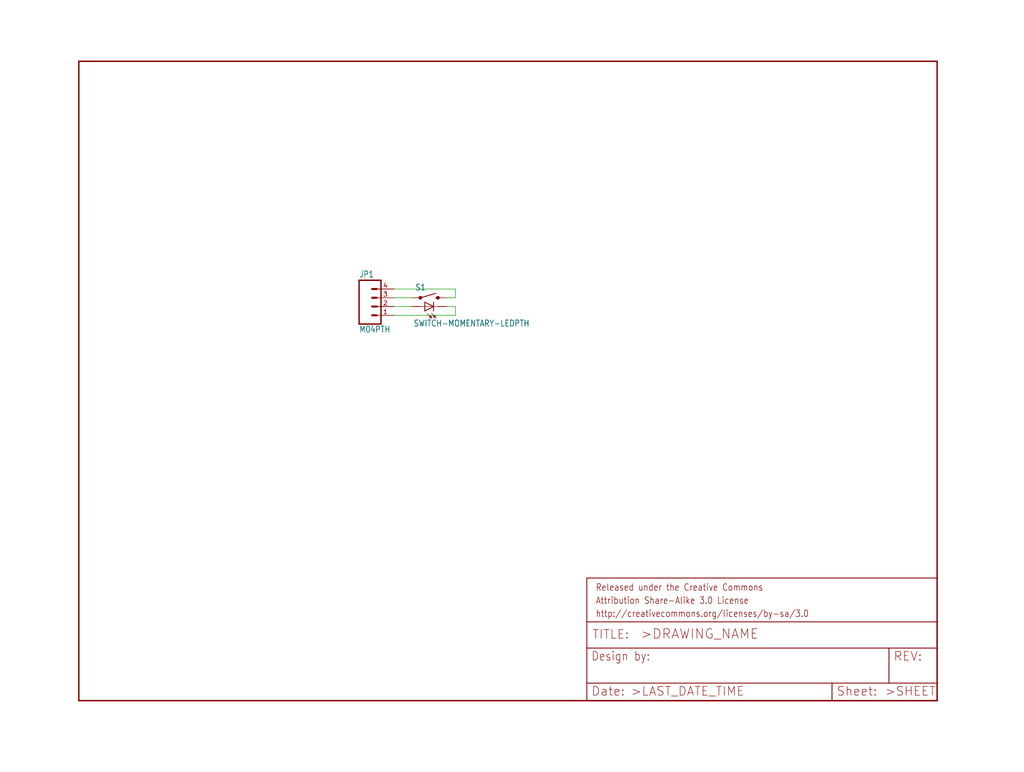
<source format=kicad_sch>
(kicad_sch (version 20211123) (generator eeschema)
  (paper "User" 297.002 223.926)
  (lib_symbols
    (symbol "eagleSchem-eagle-import:FRAME-LETTER"
      (symbol "FRAME-LETTER_1_0"
        (polyline (pts (xy 0 0) (xy 248.92 0)) (stroke (width 0.4064)))
        (polyline (pts (xy 0 185.42) (xy 0 0)) (stroke (width 0.4064)))
        (polyline (pts (xy 0 185.42) (xy 248.92 185.42)) (stroke (width 0.4064)))
        (polyline (pts (xy 248.92 185.42) (xy 248.92 0)) (stroke (width 0.4064)))
      )
      (symbol "FRAME-LETTER_2_0"
        (polyline (pts (xy 0 0) (xy 0 5.08)) (stroke (width 0.254)))
        (polyline (pts (xy 0 0) (xy 71.12 0)) (stroke (width 0.254)))
        (polyline (pts (xy 0 5.08) (xy 0 15.24)) (stroke (width 0.254)))
        (polyline (pts (xy 0 5.08) (xy 71.12 5.08)) (stroke (width 0.254)))
        (polyline (pts (xy 0 15.24) (xy 0 22.86)) (stroke (width 0.254)))
        (polyline (pts (xy 0 22.86) (xy 0 35.56)) (stroke (width 0.254)))
        (polyline (pts (xy 0 22.86) (xy 101.6 22.86)) (stroke (width 0.254)))
        (polyline (pts (xy 71.12 0) (xy 101.6 0)) (stroke (width 0.254)))
        (polyline (pts (xy 71.12 5.08) (xy 71.12 0)) (stroke (width 0.254)))
        (polyline (pts (xy 71.12 5.08) (xy 87.63 5.08)) (stroke (width 0.254)))
        (polyline (pts (xy 87.63 5.08) (xy 101.6 5.08)) (stroke (width 0.254)))
        (polyline (pts (xy 87.63 15.24) (xy 0 15.24)) (stroke (width 0.254)))
        (polyline (pts (xy 87.63 15.24) (xy 87.63 5.08)) (stroke (width 0.254)))
        (polyline (pts (xy 101.6 5.08) (xy 101.6 0)) (stroke (width 0.254)))
        (polyline (pts (xy 101.6 15.24) (xy 87.63 15.24)) (stroke (width 0.254)))
        (polyline (pts (xy 101.6 15.24) (xy 101.6 5.08)) (stroke (width 0.254)))
        (polyline (pts (xy 101.6 22.86) (xy 101.6 15.24)) (stroke (width 0.254)))
        (polyline (pts (xy 101.6 35.56) (xy 0 35.56)) (stroke (width 0.254)))
        (polyline (pts (xy 101.6 35.56) (xy 101.6 22.86)) (stroke (width 0.254)))
        (text ">DRAWING_NAME" (at 15.494 17.78 0) (effects (font (size 2.7432 2.7432)) (justify left bottom)))
        (text ">LAST_DATE_TIME" (at 12.7 1.27 0) (effects (font (size 2.54 2.54)) (justify left bottom)))
        (text ">SHEET" (at 86.36 1.27 0) (effects (font (size 2.54 2.54)) (justify left bottom)))
        (text "Attribution Share-Alike 3.0 License" (at 2.54 27.94 0) (effects (font (size 1.9304 1.6408)) (justify left bottom)))
        (text "Date:" (at 1.27 1.27 0) (effects (font (size 2.54 2.54)) (justify left bottom)))
        (text "Design by:" (at 1.27 11.43 0) (effects (font (size 2.54 2.159)) (justify left bottom)))
        (text "http://creativecommons.org/licenses/by-sa/3.0" (at 2.54 24.13 0) (effects (font (size 1.9304 1.6408)) (justify left bottom)))
        (text "Released under the Creative Commons" (at 2.54 31.75 0) (effects (font (size 1.9304 1.6408)) (justify left bottom)))
        (text "REV:" (at 88.9 11.43 0) (effects (font (size 2.54 2.54)) (justify left bottom)))
        (text "Sheet:" (at 72.39 1.27 0) (effects (font (size 2.54 2.54)) (justify left bottom)))
        (text "TITLE:" (at 1.524 17.78 0) (effects (font (size 2.54 2.54)) (justify left bottom)))
      )
    )
    (symbol "eagleSchem-eagle-import:M04PTH"
      (property "Reference" "JP" (at -5.08 8.382 0))
      (property "Value" "M04PTH" (at -5.08 -7.62 0))
      (symbol "M04PTH_1_0"
        (polyline (pts (xy -5.08 7.62) (xy -5.08 -5.08)) (stroke (width 0.4064)))
        (polyline (pts (xy -5.08 7.62) (xy 1.27 7.62)) (stroke (width 0.4064)))
        (polyline (pts (xy -1.27 -2.54) (xy 0 -2.54)) (stroke (width 0.6096)))
        (polyline (pts (xy -1.27 0) (xy 0 0)) (stroke (width 0.6096)))
        (polyline (pts (xy -1.27 2.54) (xy 0 2.54)) (stroke (width 0.6096)))
        (polyline (pts (xy -1.27 5.08) (xy 0 5.08)) (stroke (width 0.6096)))
        (polyline (pts (xy 1.27 -5.08) (xy -5.08 -5.08)) (stroke (width 0.4064)))
        (polyline (pts (xy 1.27 -5.08) (xy 1.27 7.62)) (stroke (width 0.4064)))
        (pin passive line (at 5.08 -2.54 180) (length 5.08) (name "1") (number "1"))
        (pin passive line (at 5.08 0 180) (length 5.08) (name "2") (number "2"))
        (pin passive line (at 5.08 2.54 180) (length 5.08) (name "3") (number "3"))
        (pin passive line (at 5.08 5.08 180) (length 5.08) (name "4") (number "4"))
      )
    )
    (symbol "eagleSchem-eagle-import:SWITCH-MOMENTARY-LEDPTH"
      (property "Reference" "S" (at -4.064 2.032 0))
      (property "Value" "SWITCH-MOMENTARY-LEDPTH" (at -4.572 -8.382 0))
      (symbol "SWITCH-MOMENTARY-LEDPTH_1_0"
        (circle (center -2.54 0) (radius 0.127) (stroke (width 0.4064)))
        (polyline (pts (xy -2.54 -2.54) (xy -1.27 -2.54)) (stroke (width 0.1524)))
        (polyline (pts (xy -2.54 0) (xy 1.905 1.27)) (stroke (width 0.254)))
        (polyline (pts (xy -1.27 -2.54) (xy -1.27 -3.81)) (stroke (width 0.254)))
        (polyline (pts (xy -1.27 -2.54) (xy 1.27 -2.54)) (stroke (width 0.1524)))
        (polyline (pts (xy -1.27 -1.27) (xy -1.27 -2.54)) (stroke (width 0.254)))
        (polyline (pts (xy -1.27 -1.27) (xy 1.27 -2.54)) (stroke (width 0.254)))
        (polyline (pts (xy -0.508 -4.572) (xy 0.889 -5.969)) (stroke (width 0.1524)))
        (polyline (pts (xy 0.635 -4.445) (xy 2.032 -5.842)) (stroke (width 0.1524)))
        (polyline (pts (xy 1.27 -2.54) (xy -1.27 -3.81)) (stroke (width 0.254)))
        (polyline (pts (xy 1.27 -2.54) (xy 1.27 -3.81)) (stroke (width 0.254)))
        (polyline (pts (xy 1.27 -2.54) (xy 2.54 -2.54)) (stroke (width 0.1524)))
        (polyline (pts (xy 1.27 -1.27) (xy 1.27 -2.54)) (stroke (width 0.254)))
        (polyline (pts (xy 1.905 0) (xy 2.54 0)) (stroke (width 0.254)))
        (polyline (pts (xy 0.889 -5.969) (xy 0 -5.588) (xy 0.508 -5.08)) (fill (type outline)))
        (polyline (pts (xy 2.032 -5.842) (xy 1.143 -5.461) (xy 1.651 -4.953)) (fill (type outline)))
        (circle (center 2.54 0) (radius 0.127) (stroke (width 0.4064)))
        (pin passive line (at 5.08 0 180) (length 2.54) (name "2") (number "2"))
        (pin passive line (at -5.08 0 0) (length 2.54) (name "1") (number "4"))
        (pin passive line (at -5.08 -2.54 0) (length 2.54) (name "A") (number "A"))
        (pin passive line (at 5.08 -2.54 180) (length 2.54) (name "C") (number "C"))
      )
    )
  )
  (wire (pts (xy 114.3 83.82) (xy 132.08 83.82)))
  (wire (pts (xy 132.08 88.9) (xy 129.54 88.9)))
  (wire (pts (xy 114.3 91.44) (xy 132.08 91.44)))
  (wire (pts (xy 132.08 86.36) (xy 129.54 86.36)))
  (wire (pts (xy 132.08 91.44) (xy 132.08 88.9)))
  (wire (pts (xy 114.3 86.36) (xy 119.38 86.36)))
  (wire (pts (xy 132.08 83.82) (xy 132.08 86.36)))
  (wire (pts (xy 114.3 88.9) (xy 119.38 88.9)))
  (symbol (lib_id "eagleSchem-eagle-import:SWITCH-MOMENTARY-LEDPTH") (at 124.46 86.36 0) (unit 1)
    (property "Reference" "S1" (at 120.396 84.328 0) (effects (font (size 1.778 1.5113)) (justify left bottom)))
    (property "Value" "SWITCH-MOMENTARY-LEDPTH" (at 119.888 94.742 0) (effects (font (size 1.778 1.5113)) (justify left bottom)))
    (property "Footprint" "eagleSchem:TACTILE-PTH-LED-12MM" (effects hide))
  )
  (symbol (lib_id "eagleSchem-eagle-import:M04PTH") (at 109.22 88.9 0) (unit 1)
    (property "Reference" "JP1" (at 104.14 80.518 0) (effects (font (size 1.778 1.5113)) (justify left bottom)))
    (property "Value" "M04PTH" (at 104.14 96.52 0) (effects (font (size 1.778 1.5113)) (justify left bottom)))
    (property "Footprint" "eagleSchem:1X04" (effects hide))
  )
  (symbol (lib_id "eagleSchem-eagle-import:FRAME-LETTER") (at 22.86 203.2 0) (unit 1)
    (property "Reference" "FRAME1" (effects hide))
    (property "Value" "FRAME-LETTER" (effects hide))
    (property "Footprint" "eagleSchem:CREATIVE_COMMONS" (effects hide))
  )
  (symbol (lib_id "eagleSchem-eagle-import:FRAME-LETTER") (at 170.18 203.2 0) (unit 2)
    (property "Reference" "FRAME1" (effects hide))
    (property "Value" "FRAME-LETTER" (effects hide))
    (property "Footprint" "eagleSchem:CREATIVE_COMMONS" (effects hide))
  )
)
</source>
